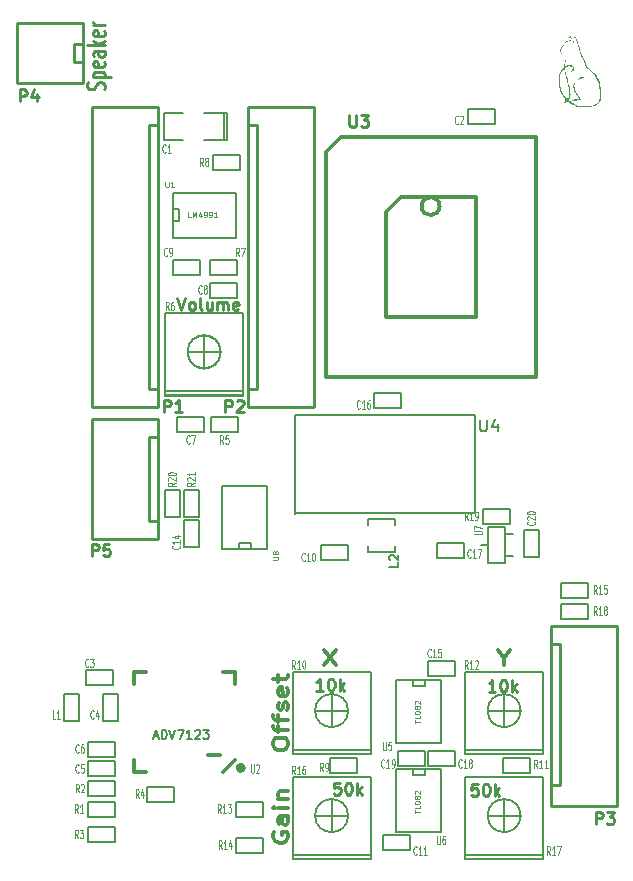
<source format=gto>
G04 (created by PCBNEW (2013-07-07 BZR 4022)-stable) date 7/4/2017 7:52:43 PM*
%MOIN*%
G04 Gerber Fmt 3.4, Leading zero omitted, Abs format*
%FSLAX34Y34*%
G01*
G70*
G90*
G04 APERTURE LIST*
%ADD10C,0.00590551*%
%ADD11C,0.0125*%
%ADD12C,0.01*%
%ADD13C,0.005*%
%ADD14C,0.012*%
%ADD15C,0.02*%
%ADD16C,0.006*%
%ADD17C,0.0001*%
%ADD18C,0.0045*%
%ADD19C,0.0075*%
G04 APERTURE END LIST*
G54D10*
G54D11*
X57560Y-44882D02*
X57960Y-45382D01*
X57960Y-44882D02*
X57560Y-45382D01*
X63550Y-45164D02*
X63550Y-45402D01*
X63350Y-44902D02*
X63550Y-45164D01*
X63750Y-44902D01*
X55852Y-48071D02*
X55852Y-47957D01*
X55876Y-47900D01*
X55923Y-47842D01*
X56019Y-47814D01*
X56185Y-47814D01*
X56280Y-47842D01*
X56328Y-47900D01*
X56352Y-47957D01*
X56352Y-48071D01*
X56328Y-48128D01*
X56280Y-48185D01*
X56185Y-48214D01*
X56019Y-48214D01*
X55923Y-48185D01*
X55876Y-48128D01*
X55852Y-48071D01*
X56019Y-47642D02*
X56019Y-47414D01*
X56352Y-47557D02*
X55923Y-47557D01*
X55876Y-47528D01*
X55852Y-47471D01*
X55852Y-47414D01*
X56019Y-47300D02*
X56019Y-47071D01*
X56352Y-47214D02*
X55923Y-47214D01*
X55876Y-47185D01*
X55852Y-47128D01*
X55852Y-47071D01*
X56328Y-46900D02*
X56352Y-46842D01*
X56352Y-46728D01*
X56328Y-46671D01*
X56280Y-46642D01*
X56257Y-46642D01*
X56209Y-46671D01*
X56185Y-46728D01*
X56185Y-46814D01*
X56161Y-46871D01*
X56114Y-46900D01*
X56090Y-46900D01*
X56042Y-46871D01*
X56019Y-46814D01*
X56019Y-46728D01*
X56042Y-46671D01*
X56328Y-46157D02*
X56352Y-46214D01*
X56352Y-46328D01*
X56328Y-46385D01*
X56280Y-46414D01*
X56090Y-46414D01*
X56042Y-46385D01*
X56019Y-46328D01*
X56019Y-46214D01*
X56042Y-46157D01*
X56090Y-46128D01*
X56138Y-46128D01*
X56185Y-46414D01*
X56019Y-45957D02*
X56019Y-45728D01*
X55852Y-45871D02*
X56280Y-45871D01*
X56328Y-45842D01*
X56352Y-45785D01*
X56352Y-45728D01*
X55876Y-50978D02*
X55852Y-51035D01*
X55852Y-51121D01*
X55876Y-51207D01*
X55923Y-51264D01*
X55971Y-51292D01*
X56066Y-51321D01*
X56138Y-51321D01*
X56233Y-51292D01*
X56280Y-51264D01*
X56328Y-51207D01*
X56352Y-51121D01*
X56352Y-51064D01*
X56328Y-50978D01*
X56304Y-50950D01*
X56138Y-50950D01*
X56138Y-51064D01*
X56352Y-50435D02*
X56090Y-50435D01*
X56042Y-50464D01*
X56019Y-50521D01*
X56019Y-50635D01*
X56042Y-50692D01*
X56328Y-50435D02*
X56352Y-50492D01*
X56352Y-50635D01*
X56328Y-50692D01*
X56280Y-50721D01*
X56233Y-50721D01*
X56185Y-50692D01*
X56161Y-50635D01*
X56161Y-50492D01*
X56138Y-50435D01*
X56352Y-50150D02*
X56019Y-50150D01*
X55852Y-50150D02*
X55876Y-50178D01*
X55900Y-50150D01*
X55876Y-50121D01*
X55852Y-50150D01*
X55900Y-50150D01*
X56019Y-49864D02*
X56352Y-49864D01*
X56066Y-49864D02*
X56042Y-49835D01*
X56019Y-49778D01*
X56019Y-49692D01*
X56042Y-49635D01*
X56090Y-49607D01*
X56352Y-49607D01*
G54D12*
X52661Y-33161D02*
X52795Y-33561D01*
X52928Y-33161D01*
X53119Y-33561D02*
X53080Y-33542D01*
X53061Y-33523D01*
X53042Y-33485D01*
X53042Y-33371D01*
X53061Y-33333D01*
X53080Y-33314D01*
X53119Y-33295D01*
X53176Y-33295D01*
X53214Y-33314D01*
X53233Y-33333D01*
X53252Y-33371D01*
X53252Y-33485D01*
X53233Y-33523D01*
X53214Y-33542D01*
X53176Y-33561D01*
X53119Y-33561D01*
X53480Y-33561D02*
X53442Y-33542D01*
X53423Y-33504D01*
X53423Y-33161D01*
X53804Y-33295D02*
X53804Y-33561D01*
X53633Y-33295D02*
X53633Y-33504D01*
X53652Y-33542D01*
X53690Y-33561D01*
X53747Y-33561D01*
X53785Y-33542D01*
X53804Y-33523D01*
X53995Y-33561D02*
X53995Y-33295D01*
X53995Y-33333D02*
X54014Y-33314D01*
X54052Y-33295D01*
X54109Y-33295D01*
X54147Y-33314D01*
X54166Y-33352D01*
X54166Y-33561D01*
X54166Y-33352D02*
X54185Y-33314D01*
X54223Y-33295D01*
X54280Y-33295D01*
X54319Y-33314D01*
X54338Y-33352D01*
X54338Y-33561D01*
X54680Y-33542D02*
X54642Y-33561D01*
X54566Y-33561D01*
X54528Y-33542D01*
X54509Y-33504D01*
X54509Y-33352D01*
X54528Y-33314D01*
X54566Y-33295D01*
X54642Y-33295D01*
X54680Y-33314D01*
X54700Y-33352D01*
X54700Y-33390D01*
X54509Y-33428D01*
G54D13*
X62350Y-26875D02*
X63250Y-26875D01*
X63250Y-26875D02*
X63250Y-27375D01*
X63250Y-27375D02*
X62350Y-27375D01*
X62350Y-27375D02*
X62350Y-26875D01*
X49600Y-45575D02*
X50500Y-45575D01*
X50500Y-45575D02*
X50500Y-46075D01*
X50500Y-46075D02*
X49600Y-46075D01*
X49600Y-46075D02*
X49600Y-45575D01*
X50575Y-48450D02*
X49675Y-48450D01*
X49675Y-48450D02*
X49675Y-47950D01*
X49675Y-47950D02*
X50575Y-47950D01*
X50575Y-47950D02*
X50575Y-48450D01*
X52550Y-49950D02*
X51650Y-49950D01*
X51650Y-49950D02*
X51650Y-49450D01*
X51650Y-49450D02*
X52550Y-49450D01*
X52550Y-49450D02*
X52550Y-49950D01*
X50575Y-50450D02*
X49675Y-50450D01*
X49675Y-50450D02*
X49675Y-49950D01*
X49675Y-49950D02*
X50575Y-49950D01*
X50575Y-49950D02*
X50575Y-50450D01*
X50575Y-51300D02*
X49675Y-51300D01*
X49675Y-51300D02*
X49675Y-50800D01*
X49675Y-50800D02*
X50575Y-50800D01*
X50575Y-50800D02*
X50575Y-51300D01*
X50575Y-49775D02*
X49675Y-49775D01*
X49675Y-49775D02*
X49675Y-49275D01*
X49675Y-49275D02*
X50575Y-49275D01*
X50575Y-49275D02*
X50575Y-49775D01*
X50575Y-49100D02*
X49675Y-49100D01*
X49675Y-49100D02*
X49675Y-48600D01*
X49675Y-48600D02*
X50575Y-48600D01*
X50575Y-48600D02*
X50575Y-49100D01*
X50175Y-47250D02*
X50175Y-46350D01*
X50175Y-46350D02*
X50675Y-46350D01*
X50675Y-46350D02*
X50675Y-47250D01*
X50675Y-47250D02*
X50175Y-47250D01*
X53775Y-37125D02*
X54675Y-37125D01*
X54675Y-37125D02*
X54675Y-37625D01*
X54675Y-37625D02*
X53775Y-37625D01*
X53775Y-37625D02*
X53775Y-37125D01*
X53550Y-37625D02*
X52650Y-37625D01*
X52650Y-37625D02*
X52650Y-37125D01*
X52650Y-37125D02*
X53550Y-37125D01*
X53550Y-37125D02*
X53550Y-37625D01*
G54D14*
X54178Y-48972D02*
X54572Y-48578D01*
X54178Y-45626D02*
X54572Y-45626D01*
X54572Y-45626D02*
X54572Y-46020D01*
X51620Y-45626D02*
X51226Y-45626D01*
X51226Y-45626D02*
X51226Y-46020D01*
X51620Y-48972D02*
X51226Y-48972D01*
X51226Y-48972D02*
X51226Y-48578D01*
X54080Y-48381D02*
X53686Y-48381D01*
G54D15*
X54843Y-48824D02*
G75*
G03X54843Y-48824I-74J0D01*
G74*
G01*
G54D13*
X60000Y-45900D02*
X59950Y-45900D01*
X59950Y-45900D02*
X59950Y-48000D01*
X61450Y-48000D02*
X61450Y-45900D01*
X61450Y-45900D02*
X60000Y-45900D01*
X60900Y-45900D02*
X60900Y-46100D01*
X60900Y-46100D02*
X60500Y-46100D01*
X60500Y-46100D02*
X60500Y-45900D01*
X61450Y-48000D02*
X59950Y-48000D01*
X60000Y-48875D02*
X59950Y-48875D01*
X59950Y-48875D02*
X59950Y-50975D01*
X61450Y-50975D02*
X61450Y-48875D01*
X61450Y-48875D02*
X60000Y-48875D01*
X60900Y-48875D02*
X60900Y-49075D01*
X60900Y-49075D02*
X60500Y-49075D01*
X60500Y-49075D02*
X60500Y-48875D01*
X61450Y-50975D02*
X59950Y-50975D01*
X55500Y-50450D02*
X54600Y-50450D01*
X54600Y-50450D02*
X54600Y-49950D01*
X54600Y-49950D02*
X55500Y-49950D01*
X55500Y-49950D02*
X55500Y-50450D01*
X64200Y-41800D02*
X64200Y-40900D01*
X64200Y-40900D02*
X64700Y-40900D01*
X64700Y-40900D02*
X64700Y-41800D01*
X64700Y-41800D02*
X64200Y-41800D01*
X63750Y-40700D02*
X62850Y-40700D01*
X62850Y-40700D02*
X62850Y-40200D01*
X62850Y-40200D02*
X63750Y-40200D01*
X63750Y-40200D02*
X63750Y-40700D01*
X61900Y-48775D02*
X61000Y-48775D01*
X61000Y-48775D02*
X61000Y-48275D01*
X61000Y-48275D02*
X61900Y-48275D01*
X61900Y-48275D02*
X61900Y-48775D01*
X61900Y-45775D02*
X61000Y-45775D01*
X61000Y-45775D02*
X61000Y-45275D01*
X61000Y-45275D02*
X61900Y-45275D01*
X61900Y-45275D02*
X61900Y-45775D01*
X52875Y-41475D02*
X52875Y-40575D01*
X52875Y-40575D02*
X53375Y-40575D01*
X53375Y-40575D02*
X53375Y-41475D01*
X53375Y-41475D02*
X52875Y-41475D01*
X59500Y-51075D02*
X60400Y-51075D01*
X60400Y-51075D02*
X60400Y-51575D01*
X60400Y-51575D02*
X59500Y-51575D01*
X59500Y-51575D02*
X59500Y-51075D01*
X57750Y-48500D02*
X58650Y-48500D01*
X58650Y-48500D02*
X58650Y-49000D01*
X58650Y-49000D02*
X57750Y-49000D01*
X57750Y-49000D02*
X57750Y-48500D01*
X66350Y-43150D02*
X65450Y-43150D01*
X65450Y-43150D02*
X65450Y-42650D01*
X65450Y-42650D02*
X66350Y-42650D01*
X66350Y-42650D02*
X66350Y-43150D01*
X66350Y-43860D02*
X65450Y-43860D01*
X65450Y-43860D02*
X65450Y-43360D01*
X65450Y-43360D02*
X66350Y-43360D01*
X66350Y-43360D02*
X66350Y-43860D01*
X63500Y-48500D02*
X64400Y-48500D01*
X64400Y-48500D02*
X64400Y-49000D01*
X64400Y-49000D02*
X63500Y-49000D01*
X63500Y-49000D02*
X63500Y-48500D01*
X55500Y-51650D02*
X54600Y-51650D01*
X54600Y-51650D02*
X54600Y-51150D01*
X54600Y-51150D02*
X55500Y-51150D01*
X55500Y-51150D02*
X55500Y-51650D01*
X53850Y-28400D02*
X54750Y-28400D01*
X54750Y-28400D02*
X54750Y-28900D01*
X54750Y-28900D02*
X53850Y-28900D01*
X53850Y-28900D02*
X53850Y-28400D01*
X61300Y-41325D02*
X62200Y-41325D01*
X62200Y-41325D02*
X62200Y-41825D01*
X62200Y-41825D02*
X61300Y-41825D01*
X61300Y-41825D02*
X61300Y-41325D01*
X60100Y-36825D02*
X59200Y-36825D01*
X59200Y-36825D02*
X59200Y-36325D01*
X59200Y-36325D02*
X60100Y-36325D01*
X60100Y-36325D02*
X60100Y-36825D01*
X54650Y-32400D02*
X53750Y-32400D01*
X53750Y-32400D02*
X53750Y-31900D01*
X53750Y-31900D02*
X54650Y-31900D01*
X54650Y-31900D02*
X54650Y-32400D01*
X58350Y-41900D02*
X57450Y-41900D01*
X57450Y-41900D02*
X57450Y-41400D01*
X57450Y-41400D02*
X58350Y-41400D01*
X58350Y-41400D02*
X58350Y-41900D01*
X53400Y-32400D02*
X52500Y-32400D01*
X52500Y-32400D02*
X52500Y-31900D01*
X52500Y-31900D02*
X53400Y-31900D01*
X53400Y-31900D02*
X53400Y-32400D01*
X54650Y-33150D02*
X53750Y-33150D01*
X53750Y-33150D02*
X53750Y-32650D01*
X53750Y-32650D02*
X54650Y-32650D01*
X54650Y-32650D02*
X54650Y-33150D01*
X52500Y-31100D02*
X52500Y-31150D01*
X52500Y-31150D02*
X54600Y-31150D01*
X54600Y-29650D02*
X52500Y-29650D01*
X52500Y-29650D02*
X52500Y-31100D01*
X52500Y-30200D02*
X52700Y-30200D01*
X52700Y-30200D02*
X52700Y-30600D01*
X52700Y-30600D02*
X52500Y-30600D01*
X54600Y-29650D02*
X54600Y-31150D01*
X54200Y-27900D02*
X54300Y-27900D01*
X54300Y-27900D02*
X54300Y-27000D01*
X54300Y-27000D02*
X54200Y-27000D01*
X54200Y-27900D02*
X54200Y-27000D01*
X54200Y-27000D02*
X53550Y-27000D01*
X52850Y-27900D02*
X52200Y-27900D01*
X52200Y-27900D02*
X52200Y-27000D01*
X52200Y-27000D02*
X52850Y-27000D01*
X53550Y-27900D02*
X54200Y-27900D01*
X49375Y-46350D02*
X49375Y-47250D01*
X49375Y-47250D02*
X48875Y-47250D01*
X48875Y-47250D02*
X48875Y-46350D01*
X48875Y-46350D02*
X49375Y-46350D01*
X63575Y-41025D02*
X63835Y-41025D01*
X63575Y-41775D02*
X63835Y-41775D01*
X63025Y-41400D02*
X62765Y-41400D01*
X63025Y-41990D02*
X63025Y-40810D01*
X63025Y-40810D02*
X63575Y-40810D01*
X63575Y-40810D02*
X63575Y-41990D01*
X63575Y-41990D02*
X63025Y-41990D01*
G54D12*
X49500Y-25300D02*
X49200Y-25300D01*
X49200Y-25300D02*
X49200Y-24800D01*
X49200Y-24800D02*
X49200Y-24700D01*
X49200Y-24700D02*
X49500Y-24700D01*
X47300Y-26000D02*
X49500Y-26000D01*
X47300Y-24000D02*
X49500Y-24000D01*
X47300Y-26000D02*
X47300Y-24000D01*
X49500Y-24000D02*
X49500Y-26000D01*
G54D13*
X59025Y-41625D02*
X59925Y-41625D01*
X59925Y-41625D02*
X59925Y-41425D01*
X59025Y-40725D02*
X59025Y-40525D01*
X59025Y-40525D02*
X59925Y-40525D01*
X59925Y-40525D02*
X59925Y-40725D01*
X59025Y-41425D02*
X59025Y-41625D01*
X55600Y-41525D02*
X55650Y-41525D01*
X55650Y-41525D02*
X55650Y-39425D01*
X54150Y-39425D02*
X54150Y-41525D01*
X54150Y-41525D02*
X55600Y-41525D01*
X54700Y-41525D02*
X54700Y-41325D01*
X54700Y-41325D02*
X55100Y-41325D01*
X55100Y-41325D02*
X55100Y-41525D01*
X54150Y-39425D02*
X55650Y-39425D01*
X52750Y-39550D02*
X52750Y-40450D01*
X52750Y-40450D02*
X52250Y-40450D01*
X52250Y-40450D02*
X52250Y-39550D01*
X52250Y-39550D02*
X52750Y-39550D01*
G54D12*
X51700Y-36200D02*
X51700Y-27400D01*
X52000Y-26800D02*
X52000Y-36800D01*
X49800Y-36800D02*
X49800Y-26800D01*
X52000Y-36200D02*
X51700Y-36200D01*
X51700Y-27400D02*
X52000Y-27400D01*
X49800Y-36800D02*
X52000Y-36800D01*
X49800Y-26800D02*
X52000Y-26800D01*
G54D14*
X61400Y-30100D02*
G75*
G03X61400Y-30100I-300J0D01*
G74*
G01*
X62600Y-29800D02*
X60100Y-29800D01*
X60100Y-29800D02*
X59600Y-30300D01*
X59600Y-30300D02*
X59600Y-33800D01*
X59600Y-33800D02*
X62600Y-33800D01*
X62600Y-33800D02*
X62600Y-29800D01*
X64600Y-29050D02*
X64600Y-35800D01*
X64600Y-35800D02*
X57600Y-35800D01*
X57600Y-35800D02*
X57600Y-28300D01*
X57600Y-28300D02*
X58100Y-27800D01*
X58100Y-27800D02*
X64600Y-27800D01*
X64600Y-27800D02*
X64600Y-29050D01*
G54D16*
X54100Y-34965D02*
X53000Y-34965D01*
X53550Y-34415D02*
X53550Y-35515D01*
X54100Y-34965D02*
G75*
G03X54100Y-34965I-550J0D01*
G74*
G01*
X52250Y-36265D02*
X54850Y-36265D01*
X52250Y-33665D02*
X54850Y-33665D01*
X54850Y-33665D02*
X54850Y-36415D01*
X54850Y-36415D02*
X52250Y-36415D01*
X52250Y-36415D02*
X52250Y-33665D01*
X64100Y-46915D02*
X63000Y-46915D01*
X63550Y-46365D02*
X63550Y-47465D01*
X64100Y-46915D02*
G75*
G03X64100Y-46915I-550J0D01*
G74*
G01*
X62250Y-48215D02*
X64850Y-48215D01*
X62250Y-45615D02*
X64850Y-45615D01*
X64850Y-45615D02*
X64850Y-48365D01*
X64850Y-48365D02*
X62250Y-48365D01*
X62250Y-48365D02*
X62250Y-45615D01*
X58350Y-50415D02*
X57250Y-50415D01*
X57800Y-49865D02*
X57800Y-50965D01*
X58350Y-50415D02*
G75*
G03X58350Y-50415I-550J0D01*
G74*
G01*
X56500Y-51715D02*
X59100Y-51715D01*
X56500Y-49115D02*
X59100Y-49115D01*
X59100Y-49115D02*
X59100Y-51865D01*
X59100Y-51865D02*
X56500Y-51865D01*
X56500Y-51865D02*
X56500Y-49115D01*
X64100Y-50415D02*
X63000Y-50415D01*
X63550Y-49865D02*
X63550Y-50965D01*
X64100Y-50415D02*
G75*
G03X64100Y-50415I-550J0D01*
G74*
G01*
X62250Y-51715D02*
X64850Y-51715D01*
X62250Y-49115D02*
X64850Y-49115D01*
X64850Y-49115D02*
X64850Y-51865D01*
X64850Y-51865D02*
X62250Y-51865D01*
X62250Y-51865D02*
X62250Y-49115D01*
X58350Y-46915D02*
X57250Y-46915D01*
X57800Y-46365D02*
X57800Y-47465D01*
X58350Y-46915D02*
G75*
G03X58350Y-46915I-550J0D01*
G74*
G01*
X56500Y-48215D02*
X59100Y-48215D01*
X56500Y-45615D02*
X59100Y-45615D01*
X59100Y-45615D02*
X59100Y-48365D01*
X59100Y-48365D02*
X56500Y-48365D01*
X56500Y-48365D02*
X56500Y-45615D01*
G54D17*
G36*
X66779Y-26447D02*
X66778Y-26497D01*
X66776Y-26534D01*
X66773Y-26560D01*
X66768Y-26580D01*
X66761Y-26597D01*
X66756Y-26607D01*
X66715Y-26663D01*
X66660Y-26710D01*
X66587Y-26748D01*
X66496Y-26777D01*
X66448Y-26789D01*
X66388Y-26799D01*
X66317Y-26806D01*
X66243Y-26810D01*
X66174Y-26810D01*
X66115Y-26807D01*
X66097Y-26805D01*
X65988Y-26779D01*
X65882Y-26741D01*
X65783Y-26690D01*
X65697Y-26632D01*
X65686Y-26622D01*
X65658Y-26601D01*
X65639Y-26593D01*
X65625Y-26597D01*
X65612Y-26617D01*
X65611Y-26636D01*
X65607Y-26659D01*
X65593Y-26665D01*
X65574Y-26652D01*
X65570Y-26648D01*
X65563Y-26629D01*
X65570Y-26604D01*
X65592Y-26568D01*
X65593Y-26566D01*
X65598Y-26553D01*
X65593Y-26536D01*
X65574Y-26511D01*
X65569Y-26505D01*
X65511Y-26425D01*
X65459Y-26329D01*
X65418Y-26224D01*
X65417Y-26224D01*
X65404Y-26180D01*
X65394Y-26143D01*
X65388Y-26106D01*
X65384Y-26063D01*
X65381Y-26008D01*
X65379Y-25960D01*
X65380Y-25844D01*
X65389Y-25744D01*
X65408Y-25659D01*
X65438Y-25586D01*
X65480Y-25523D01*
X65511Y-25487D01*
X65538Y-25457D01*
X65553Y-25434D01*
X65558Y-25409D01*
X65559Y-25392D01*
X65562Y-25363D01*
X65568Y-25324D01*
X65578Y-25279D01*
X65590Y-25234D01*
X65602Y-25192D01*
X65614Y-25158D01*
X65624Y-25136D01*
X65631Y-25130D01*
X65631Y-25131D01*
X65630Y-25142D01*
X65625Y-25169D01*
X65617Y-25207D01*
X65614Y-25220D01*
X65603Y-25270D01*
X65594Y-25323D01*
X65588Y-25366D01*
X65587Y-25367D01*
X65585Y-25402D01*
X65586Y-25420D01*
X65592Y-25425D01*
X65600Y-25423D01*
X65666Y-25404D01*
X65730Y-25399D01*
X65788Y-25406D01*
X65834Y-25425D01*
X65851Y-25439D01*
X65875Y-25476D01*
X65879Y-25516D01*
X65865Y-25557D01*
X65831Y-25595D01*
X65814Y-25608D01*
X65778Y-25630D01*
X65758Y-25639D01*
X65755Y-25633D01*
X65768Y-25613D01*
X65788Y-25590D01*
X65822Y-25545D01*
X65838Y-25507D01*
X65836Y-25478D01*
X65817Y-25460D01*
X65779Y-25447D01*
X65733Y-25442D01*
X65685Y-25443D01*
X65641Y-25452D01*
X65607Y-25466D01*
X65591Y-25482D01*
X65586Y-25497D01*
X65585Y-25519D01*
X65589Y-25550D01*
X65597Y-25593D01*
X65610Y-25648D01*
X65629Y-25719D01*
X65654Y-25808D01*
X65667Y-25855D01*
X65696Y-25959D01*
X65719Y-26046D01*
X65737Y-26120D01*
X65749Y-26185D01*
X65757Y-26245D01*
X65762Y-26303D01*
X65763Y-26363D01*
X65764Y-26376D01*
X65763Y-26428D01*
X65762Y-26464D01*
X65758Y-26487D01*
X65752Y-26503D01*
X65741Y-26515D01*
X65737Y-26520D01*
X65724Y-26530D01*
X65724Y-26424D01*
X65723Y-26374D01*
X65723Y-26362D01*
X65720Y-26295D01*
X65715Y-26232D01*
X65705Y-26169D01*
X65692Y-26100D01*
X65674Y-26021D01*
X65650Y-25929D01*
X65639Y-25890D01*
X65621Y-25822D01*
X65604Y-25751D01*
X65588Y-25685D01*
X65577Y-25629D01*
X65573Y-25608D01*
X65555Y-25503D01*
X65529Y-25527D01*
X65502Y-25561D01*
X65474Y-25610D01*
X65449Y-25666D01*
X65430Y-25725D01*
X65424Y-25749D01*
X65411Y-25851D01*
X65412Y-25962D01*
X65426Y-26077D01*
X65453Y-26190D01*
X65489Y-26294D01*
X65529Y-26371D01*
X65570Y-26434D01*
X65606Y-26478D01*
X65638Y-26504D01*
X65667Y-26513D01*
X65696Y-26505D01*
X65705Y-26499D01*
X65714Y-26490D01*
X65720Y-26477D01*
X65723Y-26457D01*
X65724Y-26424D01*
X65724Y-26530D01*
X65715Y-26538D01*
X65695Y-26546D01*
X65694Y-26546D01*
X65680Y-26549D01*
X65681Y-26558D01*
X65699Y-26576D01*
X65733Y-26603D01*
X65739Y-26608D01*
X65842Y-26673D01*
X65948Y-26720D01*
X66061Y-26750D01*
X66185Y-26764D01*
X66231Y-26765D01*
X66346Y-26760D01*
X66449Y-26745D01*
X66539Y-26720D01*
X66614Y-26686D01*
X66672Y-26643D01*
X66713Y-26592D01*
X66730Y-26550D01*
X66741Y-26490D01*
X66744Y-26415D01*
X66740Y-26329D01*
X66731Y-26235D01*
X66717Y-26138D01*
X66698Y-26043D01*
X66675Y-25954D01*
X66649Y-25875D01*
X66630Y-25831D01*
X66594Y-25763D01*
X66551Y-25703D01*
X66498Y-25646D01*
X66430Y-25589D01*
X66405Y-25569D01*
X66351Y-25526D01*
X66311Y-25490D01*
X66284Y-25457D01*
X66264Y-25421D01*
X66250Y-25379D01*
X66242Y-25346D01*
X66230Y-25296D01*
X66218Y-25256D01*
X66204Y-25220D01*
X66184Y-25180D01*
X66157Y-25129D01*
X66149Y-25116D01*
X66130Y-25080D01*
X66112Y-25044D01*
X66095Y-25005D01*
X66079Y-24959D01*
X66061Y-24904D01*
X66041Y-24836D01*
X66017Y-24752D01*
X66006Y-24713D01*
X65989Y-24656D01*
X65972Y-24601D01*
X65956Y-24554D01*
X65943Y-24521D01*
X65942Y-24520D01*
X65918Y-24465D01*
X65894Y-24535D01*
X65882Y-24576D01*
X65874Y-24614D01*
X65871Y-24637D01*
X65869Y-24657D01*
X65864Y-24658D01*
X65860Y-24653D01*
X65859Y-24636D01*
X65862Y-24604D01*
X65868Y-24562D01*
X65877Y-24515D01*
X65888Y-24471D01*
X65900Y-24433D01*
X65904Y-24423D01*
X65912Y-24418D01*
X65925Y-24433D01*
X65942Y-24463D01*
X65961Y-24507D01*
X65983Y-24563D01*
X66006Y-24628D01*
X66029Y-24699D01*
X66048Y-24767D01*
X66065Y-24828D01*
X66081Y-24884D01*
X66095Y-24930D01*
X66106Y-24963D01*
X66112Y-24976D01*
X66122Y-24996D01*
X66140Y-25030D01*
X66163Y-25074D01*
X66188Y-25122D01*
X66191Y-25127D01*
X66223Y-25191D01*
X66248Y-25250D01*
X66265Y-25298D01*
X66269Y-25315D01*
X66284Y-25373D01*
X66304Y-25419D01*
X66333Y-25459D01*
X66376Y-25499D01*
X66405Y-25522D01*
X66492Y-25590D01*
X66560Y-25652D01*
X66613Y-25710D01*
X66651Y-25765D01*
X66659Y-25781D01*
X66701Y-25873D01*
X66734Y-25970D01*
X66756Y-26077D01*
X66771Y-26197D01*
X66778Y-26333D01*
X66778Y-26380D01*
X66779Y-26447D01*
X66779Y-26447D01*
X66779Y-26447D01*
G37*
G36*
X66253Y-25794D02*
X66183Y-25813D01*
X66089Y-25846D01*
X66014Y-25889D01*
X65958Y-25942D01*
X65919Y-26005D01*
X65907Y-26040D01*
X65896Y-26101D01*
X65900Y-26164D01*
X65919Y-26232D01*
X65954Y-26305D01*
X66006Y-26388D01*
X66043Y-26440D01*
X66073Y-26480D01*
X66097Y-26514D01*
X66113Y-26538D01*
X66118Y-26549D01*
X66109Y-26559D01*
X66094Y-26566D01*
X66073Y-26571D01*
X66038Y-26575D01*
X65995Y-26578D01*
X65948Y-26581D01*
X65902Y-26583D01*
X65862Y-26583D01*
X65832Y-26582D01*
X65818Y-26579D01*
X65817Y-26578D01*
X65828Y-26563D01*
X65858Y-26550D01*
X65907Y-26541D01*
X65964Y-26536D01*
X66062Y-26530D01*
X66003Y-26449D01*
X65939Y-26354D01*
X65895Y-26266D01*
X65869Y-26185D01*
X65863Y-26109D01*
X65874Y-26037D01*
X65881Y-26017D01*
X65919Y-25946D01*
X65973Y-25886D01*
X66039Y-25839D01*
X66115Y-25809D01*
X66183Y-25797D01*
X66253Y-25794D01*
X66253Y-25794D01*
X66253Y-25794D01*
G37*
G36*
X65768Y-24577D02*
X65765Y-24586D01*
X65741Y-24589D01*
X65738Y-24589D01*
X65682Y-24597D01*
X65632Y-24623D01*
X65587Y-24666D01*
X65547Y-24726D01*
X65520Y-24766D01*
X65488Y-24805D01*
X65472Y-24823D01*
X65449Y-24846D01*
X65437Y-24868D01*
X65435Y-24891D01*
X65443Y-24923D01*
X65462Y-24966D01*
X65471Y-24986D01*
X65489Y-25024D01*
X65497Y-25044D01*
X65497Y-25050D01*
X65490Y-25043D01*
X65486Y-25038D01*
X65473Y-25018D01*
X65457Y-24986D01*
X65439Y-24949D01*
X65423Y-24912D01*
X65412Y-24882D01*
X65409Y-24867D01*
X65417Y-24849D01*
X65437Y-24829D01*
X65442Y-24825D01*
X65462Y-24806D01*
X65489Y-24774D01*
X65518Y-24734D01*
X65532Y-24712D01*
X65566Y-24663D01*
X65595Y-24629D01*
X65622Y-24607D01*
X65633Y-24601D01*
X65672Y-24585D01*
X65710Y-24574D01*
X65743Y-24570D01*
X65765Y-24574D01*
X65768Y-24577D01*
X65768Y-24577D01*
X65768Y-24577D01*
G37*
G36*
X65805Y-24517D02*
X65804Y-24517D01*
X65801Y-24530D01*
X65795Y-24526D01*
X65784Y-24504D01*
X65784Y-24503D01*
X65771Y-24474D01*
X65762Y-24452D01*
X65761Y-24449D01*
X65754Y-24447D01*
X65743Y-24465D01*
X65736Y-24479D01*
X65725Y-24505D01*
X65715Y-24520D01*
X65713Y-24520D01*
X65712Y-24508D01*
X65716Y-24482D01*
X65723Y-24450D01*
X65732Y-24419D01*
X65740Y-24397D01*
X65743Y-24392D01*
X65752Y-24394D01*
X65765Y-24412D01*
X65779Y-24438D01*
X65792Y-24468D01*
X65802Y-24496D01*
X65805Y-24517D01*
X65805Y-24517D01*
X65805Y-24517D01*
G37*
G54D12*
X55300Y-27400D02*
X55300Y-36200D01*
X55000Y-36800D02*
X55000Y-26800D01*
X57200Y-26800D02*
X57200Y-36800D01*
X55000Y-27400D02*
X55300Y-27400D01*
X55300Y-36200D02*
X55000Y-36200D01*
X57200Y-26800D02*
X55000Y-26800D01*
X57200Y-36800D02*
X55000Y-36800D01*
G54D10*
X56575Y-37060D02*
X56575Y-40350D01*
X62575Y-37060D02*
X62575Y-40340D01*
X56575Y-40340D02*
X62575Y-40340D01*
X56575Y-37060D02*
X62575Y-37060D01*
G54D12*
X65400Y-44700D02*
X65400Y-49400D01*
X65100Y-44100D02*
X65100Y-50100D01*
X67300Y-44100D02*
X67300Y-50100D01*
X65100Y-44700D02*
X65400Y-44700D01*
X65400Y-49400D02*
X65100Y-49400D01*
X67300Y-44100D02*
X65100Y-44100D01*
X67300Y-50100D02*
X65100Y-50100D01*
G54D13*
X53375Y-39550D02*
X53375Y-40450D01*
X53375Y-40450D02*
X52875Y-40450D01*
X52875Y-40450D02*
X52875Y-39550D01*
X52875Y-39550D02*
X53375Y-39550D01*
G54D12*
X51700Y-40600D02*
X51700Y-37800D01*
X49800Y-41200D02*
X49800Y-37200D01*
X52000Y-41200D02*
X52000Y-37200D01*
X52000Y-40600D02*
X51700Y-40600D01*
X51700Y-37800D02*
X52000Y-37800D01*
X49800Y-41200D02*
X52000Y-41200D01*
X49800Y-37200D02*
X52000Y-37200D01*
G54D13*
X60025Y-48275D02*
X60925Y-48275D01*
X60925Y-48275D02*
X60925Y-48775D01*
X60925Y-48775D02*
X60025Y-48775D01*
X60025Y-48775D02*
X60025Y-48275D01*
G54D16*
X54100Y-34950D02*
X53000Y-34950D01*
X53550Y-34400D02*
X53550Y-35500D01*
X54100Y-34950D02*
G75*
G03X54100Y-34950I-550J0D01*
G74*
G01*
X52250Y-36250D02*
X54850Y-36250D01*
X52250Y-33650D02*
X54850Y-33650D01*
X54850Y-33650D02*
X54850Y-36400D01*
X54850Y-36400D02*
X52250Y-36400D01*
X52250Y-36400D02*
X52250Y-33650D01*
G54D18*
X62020Y-27336D02*
X62011Y-27350D01*
X61985Y-27363D01*
X61968Y-27363D01*
X61942Y-27350D01*
X61925Y-27323D01*
X61917Y-27296D01*
X61908Y-27243D01*
X61908Y-27203D01*
X61917Y-27150D01*
X61925Y-27123D01*
X61942Y-27096D01*
X61968Y-27083D01*
X61985Y-27083D01*
X62011Y-27096D01*
X62020Y-27110D01*
X62088Y-27110D02*
X62097Y-27096D01*
X62114Y-27083D01*
X62157Y-27083D01*
X62174Y-27096D01*
X62182Y-27110D01*
X62191Y-27136D01*
X62191Y-27163D01*
X62182Y-27203D01*
X62080Y-27363D01*
X62191Y-27363D01*
G54D13*
G54D18*
X49695Y-45436D02*
X49686Y-45450D01*
X49660Y-45463D01*
X49643Y-45463D01*
X49617Y-45450D01*
X49600Y-45423D01*
X49592Y-45396D01*
X49583Y-45343D01*
X49583Y-45303D01*
X49592Y-45250D01*
X49600Y-45223D01*
X49617Y-45196D01*
X49643Y-45183D01*
X49660Y-45183D01*
X49686Y-45196D01*
X49695Y-45210D01*
X49755Y-45183D02*
X49866Y-45183D01*
X49806Y-45290D01*
X49832Y-45290D01*
X49849Y-45303D01*
X49857Y-45316D01*
X49866Y-45343D01*
X49866Y-45410D01*
X49857Y-45436D01*
X49849Y-45450D01*
X49832Y-45463D01*
X49780Y-45463D01*
X49763Y-45450D01*
X49755Y-45436D01*
G54D13*
G54D18*
X49370Y-48286D02*
X49361Y-48300D01*
X49335Y-48313D01*
X49318Y-48313D01*
X49292Y-48300D01*
X49275Y-48273D01*
X49267Y-48246D01*
X49258Y-48193D01*
X49258Y-48153D01*
X49267Y-48100D01*
X49275Y-48073D01*
X49292Y-48046D01*
X49318Y-48033D01*
X49335Y-48033D01*
X49361Y-48046D01*
X49370Y-48060D01*
X49524Y-48033D02*
X49490Y-48033D01*
X49472Y-48046D01*
X49464Y-48060D01*
X49447Y-48100D01*
X49438Y-48153D01*
X49438Y-48260D01*
X49447Y-48286D01*
X49455Y-48300D01*
X49472Y-48313D01*
X49507Y-48313D01*
X49524Y-48300D01*
X49532Y-48286D01*
X49541Y-48260D01*
X49541Y-48193D01*
X49532Y-48166D01*
X49524Y-48153D01*
X49507Y-48140D01*
X49472Y-48140D01*
X49455Y-48153D01*
X49447Y-48166D01*
X49438Y-48193D01*
G54D13*
G54D18*
X51370Y-49813D02*
X51310Y-49680D01*
X51267Y-49813D02*
X51267Y-49533D01*
X51335Y-49533D01*
X51352Y-49546D01*
X51361Y-49560D01*
X51370Y-49586D01*
X51370Y-49626D01*
X51361Y-49653D01*
X51352Y-49666D01*
X51335Y-49680D01*
X51267Y-49680D01*
X51524Y-49626D02*
X51524Y-49813D01*
X51481Y-49520D02*
X51438Y-49720D01*
X51550Y-49720D01*
G54D13*
G54D18*
X49345Y-50313D02*
X49285Y-50180D01*
X49242Y-50313D02*
X49242Y-50033D01*
X49310Y-50033D01*
X49327Y-50046D01*
X49336Y-50060D01*
X49345Y-50086D01*
X49345Y-50126D01*
X49336Y-50153D01*
X49327Y-50166D01*
X49310Y-50180D01*
X49242Y-50180D01*
X49516Y-50313D02*
X49413Y-50313D01*
X49465Y-50313D02*
X49465Y-50033D01*
X49447Y-50073D01*
X49430Y-50100D01*
X49413Y-50113D01*
G54D13*
G54D18*
X49345Y-51163D02*
X49285Y-51030D01*
X49242Y-51163D02*
X49242Y-50883D01*
X49310Y-50883D01*
X49327Y-50896D01*
X49336Y-50910D01*
X49345Y-50936D01*
X49345Y-50976D01*
X49336Y-51003D01*
X49327Y-51016D01*
X49310Y-51030D01*
X49242Y-51030D01*
X49405Y-50883D02*
X49516Y-50883D01*
X49456Y-50990D01*
X49482Y-50990D01*
X49499Y-51003D01*
X49507Y-51016D01*
X49516Y-51043D01*
X49516Y-51110D01*
X49507Y-51136D01*
X49499Y-51150D01*
X49482Y-51163D01*
X49430Y-51163D01*
X49413Y-51150D01*
X49405Y-51136D01*
G54D13*
G54D18*
X49375Y-49643D02*
X49315Y-49510D01*
X49272Y-49643D02*
X49272Y-49363D01*
X49340Y-49363D01*
X49357Y-49376D01*
X49366Y-49390D01*
X49375Y-49416D01*
X49375Y-49456D01*
X49366Y-49483D01*
X49357Y-49496D01*
X49340Y-49510D01*
X49272Y-49510D01*
X49443Y-49390D02*
X49452Y-49376D01*
X49469Y-49363D01*
X49512Y-49363D01*
X49529Y-49376D01*
X49537Y-49390D01*
X49546Y-49416D01*
X49546Y-49443D01*
X49537Y-49483D01*
X49435Y-49643D01*
X49546Y-49643D01*
G54D13*
G54D18*
X49370Y-48961D02*
X49361Y-48975D01*
X49335Y-48988D01*
X49318Y-48988D01*
X49292Y-48975D01*
X49275Y-48948D01*
X49267Y-48921D01*
X49258Y-48868D01*
X49258Y-48828D01*
X49267Y-48775D01*
X49275Y-48748D01*
X49292Y-48721D01*
X49318Y-48708D01*
X49335Y-48708D01*
X49361Y-48721D01*
X49370Y-48735D01*
X49532Y-48708D02*
X49447Y-48708D01*
X49438Y-48841D01*
X49447Y-48828D01*
X49464Y-48815D01*
X49507Y-48815D01*
X49524Y-48828D01*
X49532Y-48841D01*
X49541Y-48868D01*
X49541Y-48935D01*
X49532Y-48961D01*
X49524Y-48975D01*
X49507Y-48988D01*
X49464Y-48988D01*
X49447Y-48975D01*
X49438Y-48961D01*
G54D13*
G54D18*
X49870Y-47161D02*
X49861Y-47175D01*
X49835Y-47188D01*
X49818Y-47188D01*
X49792Y-47175D01*
X49775Y-47148D01*
X49767Y-47121D01*
X49758Y-47068D01*
X49758Y-47028D01*
X49767Y-46975D01*
X49775Y-46948D01*
X49792Y-46921D01*
X49818Y-46908D01*
X49835Y-46908D01*
X49861Y-46921D01*
X49870Y-46935D01*
X50024Y-47001D02*
X50024Y-47188D01*
X49981Y-46895D02*
X49938Y-47095D01*
X50050Y-47095D01*
G54D13*
G54D18*
X54195Y-38013D02*
X54135Y-37880D01*
X54092Y-38013D02*
X54092Y-37733D01*
X54160Y-37733D01*
X54177Y-37746D01*
X54186Y-37760D01*
X54195Y-37786D01*
X54195Y-37826D01*
X54186Y-37853D01*
X54177Y-37866D01*
X54160Y-37880D01*
X54092Y-37880D01*
X54357Y-37733D02*
X54272Y-37733D01*
X54263Y-37866D01*
X54272Y-37853D01*
X54289Y-37840D01*
X54332Y-37840D01*
X54349Y-37853D01*
X54357Y-37866D01*
X54366Y-37893D01*
X54366Y-37960D01*
X54357Y-37986D01*
X54349Y-38000D01*
X54332Y-38013D01*
X54289Y-38013D01*
X54272Y-38000D01*
X54263Y-37986D01*
G54D13*
G54D18*
X53070Y-37986D02*
X53061Y-38000D01*
X53035Y-38013D01*
X53018Y-38013D01*
X52992Y-38000D01*
X52975Y-37973D01*
X52967Y-37946D01*
X52958Y-37893D01*
X52958Y-37853D01*
X52967Y-37800D01*
X52975Y-37773D01*
X52992Y-37746D01*
X53018Y-37733D01*
X53035Y-37733D01*
X53061Y-37746D01*
X53070Y-37760D01*
X53130Y-37733D02*
X53250Y-37733D01*
X53172Y-38013D01*
G54D13*
G54D18*
X55112Y-48708D02*
X55112Y-48935D01*
X55121Y-48961D01*
X55130Y-48975D01*
X55147Y-48988D01*
X55181Y-48988D01*
X55198Y-48975D01*
X55207Y-48961D01*
X55215Y-48935D01*
X55215Y-48708D01*
X55292Y-48735D02*
X55301Y-48721D01*
X55318Y-48708D01*
X55361Y-48708D01*
X55378Y-48721D01*
X55387Y-48735D01*
X55395Y-48761D01*
X55395Y-48788D01*
X55387Y-48828D01*
X55284Y-48988D01*
X55395Y-48988D01*
G54D19*
X51868Y-47775D02*
X52011Y-47775D01*
X51840Y-47861D02*
X51940Y-47561D01*
X52040Y-47861D01*
X52140Y-47861D02*
X52140Y-47561D01*
X52211Y-47561D01*
X52254Y-47575D01*
X52282Y-47604D01*
X52297Y-47632D01*
X52311Y-47690D01*
X52311Y-47732D01*
X52297Y-47790D01*
X52282Y-47818D01*
X52254Y-47847D01*
X52211Y-47861D01*
X52140Y-47861D01*
X52397Y-47561D02*
X52497Y-47861D01*
X52597Y-47561D01*
X52668Y-47561D02*
X52868Y-47561D01*
X52740Y-47861D01*
X53140Y-47861D02*
X52968Y-47861D01*
X53054Y-47861D02*
X53054Y-47561D01*
X53025Y-47604D01*
X52997Y-47632D01*
X52968Y-47647D01*
X53254Y-47590D02*
X53268Y-47575D01*
X53297Y-47561D01*
X53368Y-47561D01*
X53397Y-47575D01*
X53411Y-47590D01*
X53425Y-47618D01*
X53425Y-47647D01*
X53411Y-47690D01*
X53240Y-47861D01*
X53425Y-47861D01*
X53525Y-47561D02*
X53711Y-47561D01*
X53611Y-47675D01*
X53654Y-47675D01*
X53682Y-47690D01*
X53697Y-47704D01*
X53711Y-47732D01*
X53711Y-47804D01*
X53697Y-47832D01*
X53682Y-47847D01*
X53654Y-47861D01*
X53568Y-47861D01*
X53540Y-47847D01*
X53525Y-47832D01*
G54D12*
X54254Y-36961D02*
X54254Y-36561D01*
X54407Y-36561D01*
X54445Y-36580D01*
X54464Y-36600D01*
X54483Y-36638D01*
X54483Y-36695D01*
X54464Y-36733D01*
X54445Y-36752D01*
X54407Y-36771D01*
X54254Y-36771D01*
X54635Y-36600D02*
X54654Y-36580D01*
X54692Y-36561D01*
X54788Y-36561D01*
X54826Y-36580D01*
X54845Y-36600D01*
X54864Y-36638D01*
X54864Y-36676D01*
X54845Y-36733D01*
X54616Y-36961D01*
X54864Y-36961D01*
X52204Y-36961D02*
X52204Y-36561D01*
X52357Y-36561D01*
X52395Y-36580D01*
X52414Y-36600D01*
X52433Y-36638D01*
X52433Y-36695D01*
X52414Y-36733D01*
X52395Y-36752D01*
X52357Y-36771D01*
X52204Y-36771D01*
X52814Y-36961D02*
X52585Y-36961D01*
X52700Y-36961D02*
X52700Y-36561D01*
X52661Y-36619D01*
X52623Y-36657D01*
X52585Y-36676D01*
G54D18*
X59512Y-47958D02*
X59512Y-48185D01*
X59521Y-48211D01*
X59530Y-48225D01*
X59547Y-48238D01*
X59581Y-48238D01*
X59598Y-48225D01*
X59607Y-48211D01*
X59615Y-48185D01*
X59615Y-47958D01*
X59787Y-47958D02*
X59701Y-47958D01*
X59692Y-48091D01*
X59701Y-48078D01*
X59718Y-48065D01*
X59761Y-48065D01*
X59778Y-48078D01*
X59787Y-48091D01*
X59795Y-48118D01*
X59795Y-48185D01*
X59787Y-48211D01*
X59778Y-48225D01*
X59761Y-48238D01*
X59718Y-48238D01*
X59701Y-48225D01*
X59692Y-48211D01*
X60567Y-47331D02*
X60567Y-47228D01*
X60747Y-47280D02*
X60567Y-47280D01*
X60747Y-47082D02*
X60747Y-47168D01*
X60567Y-47168D01*
X60567Y-46988D02*
X60567Y-46971D01*
X60576Y-46954D01*
X60585Y-46945D01*
X60602Y-46937D01*
X60636Y-46928D01*
X60679Y-46928D01*
X60713Y-46937D01*
X60730Y-46945D01*
X60739Y-46954D01*
X60747Y-46971D01*
X60747Y-46988D01*
X60739Y-47005D01*
X60730Y-47014D01*
X60713Y-47022D01*
X60679Y-47031D01*
X60636Y-47031D01*
X60602Y-47022D01*
X60585Y-47014D01*
X60576Y-47005D01*
X60567Y-46988D01*
X60645Y-46825D02*
X60636Y-46842D01*
X60627Y-46851D01*
X60610Y-46860D01*
X60602Y-46860D01*
X60585Y-46851D01*
X60576Y-46842D01*
X60567Y-46825D01*
X60567Y-46791D01*
X60576Y-46774D01*
X60585Y-46765D01*
X60602Y-46757D01*
X60610Y-46757D01*
X60627Y-46765D01*
X60636Y-46774D01*
X60645Y-46791D01*
X60645Y-46825D01*
X60653Y-46842D01*
X60662Y-46851D01*
X60679Y-46860D01*
X60713Y-46860D01*
X60730Y-46851D01*
X60739Y-46842D01*
X60747Y-46825D01*
X60747Y-46791D01*
X60739Y-46774D01*
X60730Y-46765D01*
X60713Y-46757D01*
X60679Y-46757D01*
X60662Y-46765D01*
X60653Y-46774D01*
X60645Y-46791D01*
X60585Y-46688D02*
X60576Y-46680D01*
X60567Y-46662D01*
X60567Y-46620D01*
X60576Y-46602D01*
X60585Y-46594D01*
X60602Y-46585D01*
X60619Y-46585D01*
X60645Y-46594D01*
X60747Y-46697D01*
X60747Y-46585D01*
X61312Y-51083D02*
X61312Y-51310D01*
X61321Y-51336D01*
X61330Y-51350D01*
X61347Y-51363D01*
X61381Y-51363D01*
X61398Y-51350D01*
X61407Y-51336D01*
X61415Y-51310D01*
X61415Y-51083D01*
X61578Y-51083D02*
X61544Y-51083D01*
X61527Y-51096D01*
X61518Y-51110D01*
X61501Y-51150D01*
X61492Y-51203D01*
X61492Y-51310D01*
X61501Y-51336D01*
X61510Y-51350D01*
X61527Y-51363D01*
X61561Y-51363D01*
X61578Y-51350D01*
X61587Y-51336D01*
X61595Y-51310D01*
X61595Y-51243D01*
X61587Y-51216D01*
X61578Y-51203D01*
X61561Y-51190D01*
X61527Y-51190D01*
X61510Y-51203D01*
X61501Y-51216D01*
X61492Y-51243D01*
X60567Y-50331D02*
X60567Y-50228D01*
X60747Y-50280D02*
X60567Y-50280D01*
X60747Y-50082D02*
X60747Y-50168D01*
X60567Y-50168D01*
X60567Y-49988D02*
X60567Y-49971D01*
X60576Y-49954D01*
X60585Y-49945D01*
X60602Y-49937D01*
X60636Y-49928D01*
X60679Y-49928D01*
X60713Y-49937D01*
X60730Y-49945D01*
X60739Y-49954D01*
X60747Y-49971D01*
X60747Y-49988D01*
X60739Y-50005D01*
X60730Y-50014D01*
X60713Y-50022D01*
X60679Y-50031D01*
X60636Y-50031D01*
X60602Y-50022D01*
X60585Y-50014D01*
X60576Y-50005D01*
X60567Y-49988D01*
X60645Y-49825D02*
X60636Y-49842D01*
X60627Y-49851D01*
X60610Y-49860D01*
X60602Y-49860D01*
X60585Y-49851D01*
X60576Y-49842D01*
X60567Y-49825D01*
X60567Y-49791D01*
X60576Y-49774D01*
X60585Y-49765D01*
X60602Y-49757D01*
X60610Y-49757D01*
X60627Y-49765D01*
X60636Y-49774D01*
X60645Y-49791D01*
X60645Y-49825D01*
X60653Y-49842D01*
X60662Y-49851D01*
X60679Y-49860D01*
X60713Y-49860D01*
X60730Y-49851D01*
X60739Y-49842D01*
X60747Y-49825D01*
X60747Y-49791D01*
X60739Y-49774D01*
X60730Y-49765D01*
X60713Y-49757D01*
X60679Y-49757D01*
X60662Y-49765D01*
X60653Y-49774D01*
X60645Y-49791D01*
X60585Y-49688D02*
X60576Y-49680D01*
X60567Y-49662D01*
X60567Y-49620D01*
X60576Y-49602D01*
X60585Y-49594D01*
X60602Y-49585D01*
X60619Y-49585D01*
X60645Y-49594D01*
X60747Y-49697D01*
X60747Y-49585D01*
X54109Y-50313D02*
X54049Y-50180D01*
X54006Y-50313D02*
X54006Y-50033D01*
X54075Y-50033D01*
X54092Y-50046D01*
X54100Y-50060D01*
X54109Y-50086D01*
X54109Y-50126D01*
X54100Y-50153D01*
X54092Y-50166D01*
X54075Y-50180D01*
X54006Y-50180D01*
X54280Y-50313D02*
X54177Y-50313D01*
X54229Y-50313D02*
X54229Y-50033D01*
X54212Y-50073D01*
X54195Y-50100D01*
X54177Y-50113D01*
X54340Y-50033D02*
X54452Y-50033D01*
X54392Y-50140D01*
X54417Y-50140D01*
X54435Y-50153D01*
X54443Y-50166D01*
X54452Y-50193D01*
X54452Y-50260D01*
X54443Y-50286D01*
X54435Y-50300D01*
X54417Y-50313D01*
X54366Y-50313D01*
X54349Y-50300D01*
X54340Y-50286D01*
G54D13*
G54D18*
X64561Y-40615D02*
X64575Y-40624D01*
X64588Y-40650D01*
X64588Y-40667D01*
X64575Y-40692D01*
X64548Y-40710D01*
X64521Y-40718D01*
X64468Y-40727D01*
X64428Y-40727D01*
X64375Y-40718D01*
X64348Y-40710D01*
X64321Y-40692D01*
X64308Y-40667D01*
X64308Y-40650D01*
X64321Y-40624D01*
X64335Y-40615D01*
X64335Y-40547D02*
X64321Y-40538D01*
X64308Y-40521D01*
X64308Y-40478D01*
X64321Y-40461D01*
X64335Y-40452D01*
X64361Y-40444D01*
X64388Y-40444D01*
X64428Y-40452D01*
X64588Y-40555D01*
X64588Y-40444D01*
X64308Y-40332D02*
X64308Y-40315D01*
X64321Y-40298D01*
X64335Y-40290D01*
X64361Y-40281D01*
X64415Y-40272D01*
X64481Y-40272D01*
X64535Y-40281D01*
X64561Y-40290D01*
X64575Y-40298D01*
X64588Y-40315D01*
X64588Y-40332D01*
X64575Y-40350D01*
X64561Y-40358D01*
X64535Y-40367D01*
X64481Y-40375D01*
X64415Y-40375D01*
X64361Y-40367D01*
X64335Y-40358D01*
X64321Y-40350D01*
X64308Y-40332D01*
G54D13*
G54D18*
X62334Y-40563D02*
X62274Y-40430D01*
X62231Y-40563D02*
X62231Y-40283D01*
X62300Y-40283D01*
X62317Y-40296D01*
X62325Y-40310D01*
X62334Y-40336D01*
X62334Y-40376D01*
X62325Y-40403D01*
X62317Y-40416D01*
X62300Y-40430D01*
X62231Y-40430D01*
X62505Y-40563D02*
X62402Y-40563D01*
X62454Y-40563D02*
X62454Y-40283D01*
X62437Y-40323D01*
X62420Y-40350D01*
X62402Y-40363D01*
X62591Y-40563D02*
X62625Y-40563D01*
X62642Y-40550D01*
X62651Y-40536D01*
X62668Y-40496D01*
X62677Y-40443D01*
X62677Y-40336D01*
X62668Y-40310D01*
X62660Y-40296D01*
X62642Y-40283D01*
X62608Y-40283D01*
X62591Y-40296D01*
X62582Y-40310D01*
X62574Y-40336D01*
X62574Y-40403D01*
X62582Y-40430D01*
X62591Y-40443D01*
X62608Y-40456D01*
X62642Y-40456D01*
X62660Y-40443D01*
X62668Y-40430D01*
X62677Y-40403D01*
G54D13*
G54D18*
X62134Y-48786D02*
X62125Y-48800D01*
X62100Y-48813D01*
X62082Y-48813D01*
X62057Y-48800D01*
X62040Y-48773D01*
X62031Y-48746D01*
X62022Y-48693D01*
X62022Y-48653D01*
X62031Y-48600D01*
X62040Y-48573D01*
X62057Y-48546D01*
X62082Y-48533D01*
X62100Y-48533D01*
X62125Y-48546D01*
X62134Y-48560D01*
X62305Y-48813D02*
X62202Y-48813D01*
X62254Y-48813D02*
X62254Y-48533D01*
X62237Y-48573D01*
X62220Y-48600D01*
X62202Y-48613D01*
X62408Y-48653D02*
X62391Y-48640D01*
X62382Y-48626D01*
X62374Y-48600D01*
X62374Y-48586D01*
X62382Y-48560D01*
X62391Y-48546D01*
X62408Y-48533D01*
X62442Y-48533D01*
X62460Y-48546D01*
X62468Y-48560D01*
X62477Y-48586D01*
X62477Y-48600D01*
X62468Y-48626D01*
X62460Y-48640D01*
X62442Y-48653D01*
X62408Y-48653D01*
X62391Y-48666D01*
X62382Y-48680D01*
X62374Y-48706D01*
X62374Y-48760D01*
X62382Y-48786D01*
X62391Y-48800D01*
X62408Y-48813D01*
X62442Y-48813D01*
X62460Y-48800D01*
X62468Y-48786D01*
X62477Y-48760D01*
X62477Y-48706D01*
X62468Y-48680D01*
X62460Y-48666D01*
X62442Y-48653D01*
G54D13*
G54D18*
X61109Y-45111D02*
X61100Y-45125D01*
X61075Y-45138D01*
X61057Y-45138D01*
X61032Y-45125D01*
X61015Y-45098D01*
X61006Y-45071D01*
X60997Y-45018D01*
X60997Y-44978D01*
X61006Y-44925D01*
X61015Y-44898D01*
X61032Y-44871D01*
X61057Y-44858D01*
X61075Y-44858D01*
X61100Y-44871D01*
X61109Y-44885D01*
X61280Y-45138D02*
X61177Y-45138D01*
X61229Y-45138D02*
X61229Y-44858D01*
X61212Y-44898D01*
X61195Y-44925D01*
X61177Y-44938D01*
X61443Y-44858D02*
X61357Y-44858D01*
X61349Y-44991D01*
X61357Y-44978D01*
X61375Y-44965D01*
X61417Y-44965D01*
X61435Y-44978D01*
X61443Y-44991D01*
X61452Y-45018D01*
X61452Y-45085D01*
X61443Y-45111D01*
X61435Y-45125D01*
X61417Y-45138D01*
X61375Y-45138D01*
X61357Y-45125D01*
X61349Y-45111D01*
G54D13*
G54D18*
X52736Y-41415D02*
X52750Y-41424D01*
X52763Y-41450D01*
X52763Y-41467D01*
X52750Y-41492D01*
X52723Y-41510D01*
X52696Y-41518D01*
X52643Y-41527D01*
X52603Y-41527D01*
X52550Y-41518D01*
X52523Y-41510D01*
X52496Y-41492D01*
X52483Y-41467D01*
X52483Y-41450D01*
X52496Y-41424D01*
X52510Y-41415D01*
X52763Y-41244D02*
X52763Y-41347D01*
X52763Y-41295D02*
X52483Y-41295D01*
X52523Y-41312D01*
X52550Y-41330D01*
X52563Y-41347D01*
X52576Y-41090D02*
X52763Y-41090D01*
X52470Y-41132D02*
X52670Y-41175D01*
X52670Y-41064D01*
G54D13*
G54D18*
X60634Y-51686D02*
X60625Y-51700D01*
X60600Y-51713D01*
X60582Y-51713D01*
X60557Y-51700D01*
X60540Y-51673D01*
X60531Y-51646D01*
X60522Y-51593D01*
X60522Y-51553D01*
X60531Y-51500D01*
X60540Y-51473D01*
X60557Y-51446D01*
X60582Y-51433D01*
X60600Y-51433D01*
X60625Y-51446D01*
X60634Y-51460D01*
X60805Y-51713D02*
X60702Y-51713D01*
X60754Y-51713D02*
X60754Y-51433D01*
X60737Y-51473D01*
X60720Y-51500D01*
X60702Y-51513D01*
X60977Y-51713D02*
X60874Y-51713D01*
X60925Y-51713D02*
X60925Y-51433D01*
X60908Y-51473D01*
X60891Y-51500D01*
X60874Y-51513D01*
G54D13*
G54D18*
X57520Y-48938D02*
X57460Y-48805D01*
X57417Y-48938D02*
X57417Y-48658D01*
X57485Y-48658D01*
X57502Y-48671D01*
X57511Y-48685D01*
X57520Y-48711D01*
X57520Y-48751D01*
X57511Y-48778D01*
X57502Y-48791D01*
X57485Y-48805D01*
X57417Y-48805D01*
X57605Y-48938D02*
X57640Y-48938D01*
X57657Y-48925D01*
X57665Y-48911D01*
X57682Y-48871D01*
X57691Y-48818D01*
X57691Y-48711D01*
X57682Y-48685D01*
X57674Y-48671D01*
X57657Y-48658D01*
X57622Y-48658D01*
X57605Y-48671D01*
X57597Y-48685D01*
X57588Y-48711D01*
X57588Y-48778D01*
X57597Y-48805D01*
X57605Y-48818D01*
X57622Y-48831D01*
X57657Y-48831D01*
X57674Y-48818D01*
X57682Y-48805D01*
X57691Y-48778D01*
G54D13*
G54D18*
X66634Y-43013D02*
X66574Y-42880D01*
X66531Y-43013D02*
X66531Y-42733D01*
X66600Y-42733D01*
X66617Y-42746D01*
X66625Y-42760D01*
X66634Y-42786D01*
X66634Y-42826D01*
X66625Y-42853D01*
X66617Y-42866D01*
X66600Y-42880D01*
X66531Y-42880D01*
X66805Y-43013D02*
X66702Y-43013D01*
X66754Y-43013D02*
X66754Y-42733D01*
X66737Y-42773D01*
X66720Y-42800D01*
X66702Y-42813D01*
X66968Y-42733D02*
X66882Y-42733D01*
X66874Y-42866D01*
X66882Y-42853D01*
X66900Y-42840D01*
X66942Y-42840D01*
X66960Y-42853D01*
X66968Y-42866D01*
X66977Y-42893D01*
X66977Y-42960D01*
X66968Y-42986D01*
X66960Y-43000D01*
X66942Y-43013D01*
X66900Y-43013D01*
X66882Y-43000D01*
X66874Y-42986D01*
G54D13*
G54D18*
X66634Y-43713D02*
X66574Y-43580D01*
X66531Y-43713D02*
X66531Y-43433D01*
X66600Y-43433D01*
X66617Y-43446D01*
X66625Y-43460D01*
X66634Y-43486D01*
X66634Y-43526D01*
X66625Y-43553D01*
X66617Y-43566D01*
X66600Y-43580D01*
X66531Y-43580D01*
X66805Y-43713D02*
X66702Y-43713D01*
X66754Y-43713D02*
X66754Y-43433D01*
X66737Y-43473D01*
X66720Y-43500D01*
X66702Y-43513D01*
X66908Y-43553D02*
X66891Y-43540D01*
X66882Y-43526D01*
X66874Y-43500D01*
X66874Y-43486D01*
X66882Y-43460D01*
X66891Y-43446D01*
X66908Y-43433D01*
X66942Y-43433D01*
X66960Y-43446D01*
X66968Y-43460D01*
X66977Y-43486D01*
X66977Y-43500D01*
X66968Y-43526D01*
X66960Y-43540D01*
X66942Y-43553D01*
X66908Y-43553D01*
X66891Y-43566D01*
X66882Y-43580D01*
X66874Y-43606D01*
X66874Y-43660D01*
X66882Y-43686D01*
X66891Y-43700D01*
X66908Y-43713D01*
X66942Y-43713D01*
X66960Y-43700D01*
X66968Y-43686D01*
X66977Y-43660D01*
X66977Y-43606D01*
X66968Y-43580D01*
X66960Y-43566D01*
X66942Y-43553D01*
G54D13*
G54D18*
X64659Y-48838D02*
X64599Y-48705D01*
X64556Y-48838D02*
X64556Y-48558D01*
X64625Y-48558D01*
X64642Y-48571D01*
X64650Y-48585D01*
X64659Y-48611D01*
X64659Y-48651D01*
X64650Y-48678D01*
X64642Y-48691D01*
X64625Y-48705D01*
X64556Y-48705D01*
X64830Y-48838D02*
X64727Y-48838D01*
X64779Y-48838D02*
X64779Y-48558D01*
X64762Y-48598D01*
X64745Y-48625D01*
X64727Y-48638D01*
X65002Y-48838D02*
X64899Y-48838D01*
X64950Y-48838D02*
X64950Y-48558D01*
X64933Y-48598D01*
X64916Y-48625D01*
X64899Y-48638D01*
G54D13*
G54D18*
X54134Y-51513D02*
X54074Y-51380D01*
X54031Y-51513D02*
X54031Y-51233D01*
X54100Y-51233D01*
X54117Y-51246D01*
X54125Y-51260D01*
X54134Y-51286D01*
X54134Y-51326D01*
X54125Y-51353D01*
X54117Y-51366D01*
X54100Y-51380D01*
X54031Y-51380D01*
X54305Y-51513D02*
X54202Y-51513D01*
X54254Y-51513D02*
X54254Y-51233D01*
X54237Y-51273D01*
X54220Y-51300D01*
X54202Y-51313D01*
X54460Y-51326D02*
X54460Y-51513D01*
X54417Y-51220D02*
X54374Y-51420D01*
X54485Y-51420D01*
G54D13*
G54D18*
X53520Y-28763D02*
X53460Y-28630D01*
X53417Y-28763D02*
X53417Y-28483D01*
X53485Y-28483D01*
X53502Y-28496D01*
X53511Y-28510D01*
X53520Y-28536D01*
X53520Y-28576D01*
X53511Y-28603D01*
X53502Y-28616D01*
X53485Y-28630D01*
X53417Y-28630D01*
X53622Y-28603D02*
X53605Y-28590D01*
X53597Y-28576D01*
X53588Y-28550D01*
X53588Y-28536D01*
X53597Y-28510D01*
X53605Y-28496D01*
X53622Y-28483D01*
X53657Y-28483D01*
X53674Y-28496D01*
X53682Y-28510D01*
X53691Y-28536D01*
X53691Y-28550D01*
X53682Y-28576D01*
X53674Y-28590D01*
X53657Y-28603D01*
X53622Y-28603D01*
X53605Y-28616D01*
X53597Y-28630D01*
X53588Y-28656D01*
X53588Y-28710D01*
X53597Y-28736D01*
X53605Y-28750D01*
X53622Y-28763D01*
X53657Y-28763D01*
X53674Y-28750D01*
X53682Y-28736D01*
X53691Y-28710D01*
X53691Y-28656D01*
X53682Y-28630D01*
X53674Y-28616D01*
X53657Y-28603D01*
G54D13*
G54D18*
X62434Y-41786D02*
X62425Y-41800D01*
X62400Y-41813D01*
X62382Y-41813D01*
X62357Y-41800D01*
X62340Y-41773D01*
X62331Y-41746D01*
X62322Y-41693D01*
X62322Y-41653D01*
X62331Y-41600D01*
X62340Y-41573D01*
X62357Y-41546D01*
X62382Y-41533D01*
X62400Y-41533D01*
X62425Y-41546D01*
X62434Y-41560D01*
X62605Y-41813D02*
X62502Y-41813D01*
X62554Y-41813D02*
X62554Y-41533D01*
X62537Y-41573D01*
X62520Y-41600D01*
X62502Y-41613D01*
X62665Y-41533D02*
X62785Y-41533D01*
X62708Y-41813D01*
G54D13*
G54D18*
X58744Y-36821D02*
X58735Y-36835D01*
X58710Y-36848D01*
X58692Y-36848D01*
X58667Y-36835D01*
X58650Y-36808D01*
X58641Y-36781D01*
X58632Y-36728D01*
X58632Y-36688D01*
X58641Y-36635D01*
X58650Y-36608D01*
X58667Y-36581D01*
X58692Y-36568D01*
X58710Y-36568D01*
X58735Y-36581D01*
X58744Y-36595D01*
X58915Y-36848D02*
X58812Y-36848D01*
X58864Y-36848D02*
X58864Y-36568D01*
X58847Y-36608D01*
X58830Y-36635D01*
X58812Y-36648D01*
X59070Y-36568D02*
X59035Y-36568D01*
X59018Y-36581D01*
X59010Y-36595D01*
X58992Y-36635D01*
X58984Y-36688D01*
X58984Y-36795D01*
X58992Y-36821D01*
X59001Y-36835D01*
X59018Y-36848D01*
X59052Y-36848D01*
X59070Y-36835D01*
X59078Y-36821D01*
X59087Y-36795D01*
X59087Y-36728D01*
X59078Y-36701D01*
X59070Y-36688D01*
X59052Y-36675D01*
X59018Y-36675D01*
X59001Y-36688D01*
X58992Y-36701D01*
X58984Y-36728D01*
G54D13*
G54D18*
X54720Y-31763D02*
X54660Y-31630D01*
X54617Y-31763D02*
X54617Y-31483D01*
X54685Y-31483D01*
X54702Y-31496D01*
X54711Y-31510D01*
X54720Y-31536D01*
X54720Y-31576D01*
X54711Y-31603D01*
X54702Y-31616D01*
X54685Y-31630D01*
X54617Y-31630D01*
X54780Y-31483D02*
X54900Y-31483D01*
X54822Y-31763D01*
G54D13*
G54D18*
X56909Y-41911D02*
X56900Y-41925D01*
X56875Y-41938D01*
X56857Y-41938D01*
X56832Y-41925D01*
X56815Y-41898D01*
X56806Y-41871D01*
X56797Y-41818D01*
X56797Y-41778D01*
X56806Y-41725D01*
X56815Y-41698D01*
X56832Y-41671D01*
X56857Y-41658D01*
X56875Y-41658D01*
X56900Y-41671D01*
X56909Y-41685D01*
X57080Y-41938D02*
X56977Y-41938D01*
X57029Y-41938D02*
X57029Y-41658D01*
X57012Y-41698D01*
X56995Y-41725D01*
X56977Y-41738D01*
X57192Y-41658D02*
X57209Y-41658D01*
X57226Y-41671D01*
X57235Y-41685D01*
X57243Y-41711D01*
X57252Y-41765D01*
X57252Y-41831D01*
X57243Y-41885D01*
X57235Y-41911D01*
X57226Y-41925D01*
X57209Y-41938D01*
X57192Y-41938D01*
X57175Y-41925D01*
X57166Y-41911D01*
X57157Y-41885D01*
X57149Y-41831D01*
X57149Y-41765D01*
X57157Y-41711D01*
X57166Y-41685D01*
X57175Y-41671D01*
X57192Y-41658D01*
G54D13*
G54D18*
X52320Y-31736D02*
X52311Y-31750D01*
X52285Y-31763D01*
X52268Y-31763D01*
X52242Y-31750D01*
X52225Y-31723D01*
X52217Y-31696D01*
X52208Y-31643D01*
X52208Y-31603D01*
X52217Y-31550D01*
X52225Y-31523D01*
X52242Y-31496D01*
X52268Y-31483D01*
X52285Y-31483D01*
X52311Y-31496D01*
X52320Y-31510D01*
X52405Y-31763D02*
X52440Y-31763D01*
X52457Y-31750D01*
X52465Y-31736D01*
X52482Y-31696D01*
X52491Y-31643D01*
X52491Y-31536D01*
X52482Y-31510D01*
X52474Y-31496D01*
X52457Y-31483D01*
X52422Y-31483D01*
X52405Y-31496D01*
X52397Y-31510D01*
X52388Y-31536D01*
X52388Y-31603D01*
X52397Y-31630D01*
X52405Y-31643D01*
X52422Y-31656D01*
X52457Y-31656D01*
X52474Y-31643D01*
X52482Y-31630D01*
X52491Y-31603D01*
G54D13*
G54D18*
X53470Y-32986D02*
X53461Y-33000D01*
X53435Y-33013D01*
X53418Y-33013D01*
X53392Y-33000D01*
X53375Y-32973D01*
X53367Y-32946D01*
X53358Y-32893D01*
X53358Y-32853D01*
X53367Y-32800D01*
X53375Y-32773D01*
X53392Y-32746D01*
X53418Y-32733D01*
X53435Y-32733D01*
X53461Y-32746D01*
X53470Y-32760D01*
X53572Y-32853D02*
X53555Y-32840D01*
X53547Y-32826D01*
X53538Y-32800D01*
X53538Y-32786D01*
X53547Y-32760D01*
X53555Y-32746D01*
X53572Y-32733D01*
X53607Y-32733D01*
X53624Y-32746D01*
X53632Y-32760D01*
X53641Y-32786D01*
X53641Y-32800D01*
X53632Y-32826D01*
X53624Y-32840D01*
X53607Y-32853D01*
X53572Y-32853D01*
X53555Y-32866D01*
X53547Y-32880D01*
X53538Y-32906D01*
X53538Y-32960D01*
X53547Y-32986D01*
X53555Y-33000D01*
X53572Y-33013D01*
X53607Y-33013D01*
X53624Y-33000D01*
X53632Y-32986D01*
X53641Y-32960D01*
X53641Y-32906D01*
X53632Y-32880D01*
X53624Y-32866D01*
X53607Y-32853D01*
G54D13*
G54D18*
X52262Y-29292D02*
X52262Y-29438D01*
X52271Y-29455D01*
X52280Y-29464D01*
X52297Y-29472D01*
X52331Y-29472D01*
X52348Y-29464D01*
X52357Y-29455D01*
X52365Y-29438D01*
X52365Y-29292D01*
X52545Y-29472D02*
X52442Y-29472D01*
X52494Y-29472D02*
X52494Y-29292D01*
X52477Y-29318D01*
X52460Y-29335D01*
X52442Y-29344D01*
X53109Y-30472D02*
X53024Y-30472D01*
X53024Y-30292D01*
X53169Y-30472D02*
X53169Y-30292D01*
X53229Y-30421D01*
X53289Y-30292D01*
X53289Y-30472D01*
X53452Y-30352D02*
X53452Y-30472D01*
X53409Y-30284D02*
X53367Y-30412D01*
X53478Y-30412D01*
X53555Y-30472D02*
X53589Y-30472D01*
X53607Y-30464D01*
X53615Y-30455D01*
X53632Y-30430D01*
X53641Y-30395D01*
X53641Y-30327D01*
X53632Y-30310D01*
X53624Y-30301D01*
X53607Y-30292D01*
X53572Y-30292D01*
X53555Y-30301D01*
X53547Y-30310D01*
X53538Y-30327D01*
X53538Y-30370D01*
X53547Y-30387D01*
X53555Y-30395D01*
X53572Y-30404D01*
X53607Y-30404D01*
X53624Y-30395D01*
X53632Y-30387D01*
X53641Y-30370D01*
X53727Y-30472D02*
X53761Y-30472D01*
X53778Y-30464D01*
X53787Y-30455D01*
X53804Y-30430D01*
X53812Y-30395D01*
X53812Y-30327D01*
X53804Y-30310D01*
X53795Y-30301D01*
X53778Y-30292D01*
X53744Y-30292D01*
X53727Y-30301D01*
X53718Y-30310D01*
X53710Y-30327D01*
X53710Y-30370D01*
X53718Y-30387D01*
X53727Y-30395D01*
X53744Y-30404D01*
X53778Y-30404D01*
X53795Y-30395D01*
X53804Y-30387D01*
X53812Y-30370D01*
X53984Y-30472D02*
X53881Y-30472D01*
X53932Y-30472D02*
X53932Y-30292D01*
X53915Y-30318D01*
X53898Y-30335D01*
X53881Y-30344D01*
X52270Y-28286D02*
X52261Y-28300D01*
X52235Y-28313D01*
X52218Y-28313D01*
X52192Y-28300D01*
X52175Y-28273D01*
X52167Y-28246D01*
X52158Y-28193D01*
X52158Y-28153D01*
X52167Y-28100D01*
X52175Y-28073D01*
X52192Y-28046D01*
X52218Y-28033D01*
X52235Y-28033D01*
X52261Y-28046D01*
X52270Y-28060D01*
X52441Y-28313D02*
X52338Y-28313D01*
X52390Y-28313D02*
X52390Y-28033D01*
X52372Y-28073D01*
X52355Y-28100D01*
X52338Y-28113D01*
X48595Y-47188D02*
X48509Y-47188D01*
X48509Y-46908D01*
X48749Y-47188D02*
X48646Y-47188D01*
X48697Y-47188D02*
X48697Y-46908D01*
X48680Y-46948D01*
X48663Y-46975D01*
X48646Y-46988D01*
G54D13*
G54D18*
X62533Y-41037D02*
X62760Y-41037D01*
X62786Y-41028D01*
X62800Y-41020D01*
X62813Y-41002D01*
X62813Y-40968D01*
X62800Y-40951D01*
X62786Y-40942D01*
X62760Y-40934D01*
X62533Y-40934D01*
X62533Y-40865D02*
X62533Y-40745D01*
X62813Y-40822D01*
G54D12*
X47404Y-26611D02*
X47404Y-26211D01*
X47557Y-26211D01*
X47595Y-26230D01*
X47614Y-26250D01*
X47633Y-26288D01*
X47633Y-26345D01*
X47614Y-26383D01*
X47595Y-26402D01*
X47557Y-26421D01*
X47404Y-26421D01*
X47976Y-26345D02*
X47976Y-26611D01*
X47880Y-26192D02*
X47785Y-26478D01*
X48033Y-26478D01*
X50214Y-26204D02*
X50242Y-26147D01*
X50242Y-26052D01*
X50214Y-26014D01*
X50185Y-25995D01*
X50128Y-25976D01*
X50071Y-25976D01*
X50014Y-25995D01*
X49985Y-26014D01*
X49957Y-26052D01*
X49928Y-26128D01*
X49900Y-26166D01*
X49871Y-26185D01*
X49814Y-26204D01*
X49757Y-26204D01*
X49700Y-26185D01*
X49671Y-26166D01*
X49642Y-26128D01*
X49642Y-26033D01*
X49671Y-25976D01*
X49842Y-25804D02*
X50442Y-25804D01*
X49871Y-25804D02*
X49842Y-25766D01*
X49842Y-25690D01*
X49871Y-25652D01*
X49900Y-25633D01*
X49957Y-25614D01*
X50128Y-25614D01*
X50185Y-25633D01*
X50214Y-25652D01*
X50242Y-25690D01*
X50242Y-25766D01*
X50214Y-25804D01*
X50214Y-25290D02*
X50242Y-25328D01*
X50242Y-25404D01*
X50214Y-25442D01*
X50157Y-25461D01*
X49928Y-25461D01*
X49871Y-25442D01*
X49842Y-25404D01*
X49842Y-25328D01*
X49871Y-25290D01*
X49928Y-25271D01*
X49985Y-25271D01*
X50042Y-25461D01*
X50242Y-24928D02*
X49928Y-24928D01*
X49871Y-24947D01*
X49842Y-24985D01*
X49842Y-25061D01*
X49871Y-25099D01*
X50214Y-24928D02*
X50242Y-24966D01*
X50242Y-25061D01*
X50214Y-25099D01*
X50157Y-25119D01*
X50100Y-25119D01*
X50042Y-25099D01*
X50014Y-25061D01*
X50014Y-24966D01*
X49985Y-24928D01*
X50242Y-24738D02*
X49642Y-24738D01*
X50014Y-24699D02*
X50242Y-24585D01*
X49842Y-24585D02*
X50071Y-24738D01*
X50214Y-24261D02*
X50242Y-24300D01*
X50242Y-24376D01*
X50214Y-24414D01*
X50157Y-24433D01*
X49928Y-24433D01*
X49871Y-24414D01*
X49842Y-24376D01*
X49842Y-24300D01*
X49871Y-24261D01*
X49928Y-24242D01*
X49985Y-24242D01*
X50042Y-24433D01*
X50242Y-24071D02*
X49842Y-24071D01*
X49957Y-24071D02*
X49900Y-24052D01*
X49871Y-24033D01*
X49842Y-23995D01*
X49842Y-23957D01*
G54D13*
X60021Y-41974D02*
X60021Y-42117D01*
X59721Y-42117D01*
X59750Y-41889D02*
X59735Y-41874D01*
X59721Y-41846D01*
X59721Y-41774D01*
X59735Y-41746D01*
X59750Y-41732D01*
X59778Y-41717D01*
X59807Y-41717D01*
X59850Y-41732D01*
X60021Y-41903D01*
X60021Y-41717D01*
G54D18*
X55842Y-41887D02*
X55988Y-41887D01*
X56005Y-41878D01*
X56014Y-41870D01*
X56022Y-41852D01*
X56022Y-41818D01*
X56014Y-41801D01*
X56005Y-41792D01*
X55988Y-41784D01*
X55842Y-41784D01*
X55920Y-41672D02*
X55911Y-41690D01*
X55902Y-41698D01*
X55885Y-41707D01*
X55877Y-41707D01*
X55860Y-41698D01*
X55851Y-41690D01*
X55842Y-41672D01*
X55842Y-41638D01*
X55851Y-41621D01*
X55860Y-41612D01*
X55877Y-41604D01*
X55885Y-41604D01*
X55902Y-41612D01*
X55911Y-41621D01*
X55920Y-41638D01*
X55920Y-41672D01*
X55928Y-41690D01*
X55937Y-41698D01*
X55954Y-41707D01*
X55988Y-41707D01*
X56005Y-41698D01*
X56014Y-41690D01*
X56022Y-41672D01*
X56022Y-41638D01*
X56014Y-41621D01*
X56005Y-41612D01*
X55988Y-41604D01*
X55954Y-41604D01*
X55937Y-41612D01*
X55928Y-41621D01*
X55920Y-41638D01*
X52613Y-39315D02*
X52480Y-39375D01*
X52613Y-39418D02*
X52333Y-39418D01*
X52333Y-39350D01*
X52346Y-39332D01*
X52360Y-39324D01*
X52386Y-39315D01*
X52426Y-39315D01*
X52453Y-39324D01*
X52466Y-39332D01*
X52480Y-39350D01*
X52480Y-39418D01*
X52360Y-39247D02*
X52346Y-39238D01*
X52333Y-39221D01*
X52333Y-39178D01*
X52346Y-39161D01*
X52360Y-39152D01*
X52386Y-39144D01*
X52413Y-39144D01*
X52453Y-39152D01*
X52613Y-39255D01*
X52613Y-39144D01*
X52333Y-39032D02*
X52333Y-39015D01*
X52346Y-38998D01*
X52360Y-38990D01*
X52386Y-38981D01*
X52440Y-38972D01*
X52506Y-38972D01*
X52560Y-38981D01*
X52586Y-38990D01*
X52600Y-38998D01*
X52613Y-39015D01*
X52613Y-39032D01*
X52600Y-39050D01*
X52586Y-39058D01*
X52560Y-39067D01*
X52506Y-39075D01*
X52440Y-39075D01*
X52386Y-39067D01*
X52360Y-39058D01*
X52346Y-39050D01*
X52333Y-39032D01*
G54D13*
G54D12*
X58395Y-27061D02*
X58395Y-27385D01*
X58414Y-27423D01*
X58433Y-27442D01*
X58471Y-27461D01*
X58547Y-27461D01*
X58585Y-27442D01*
X58604Y-27423D01*
X58623Y-27385D01*
X58623Y-27061D01*
X58776Y-27061D02*
X59023Y-27061D01*
X58890Y-27214D01*
X58947Y-27214D01*
X58985Y-27233D01*
X59004Y-27252D01*
X59023Y-27290D01*
X59023Y-27385D01*
X59004Y-27423D01*
X58985Y-27442D01*
X58947Y-27461D01*
X58833Y-27461D01*
X58795Y-27442D01*
X58776Y-27423D01*
G54D18*
X52370Y-33563D02*
X52310Y-33430D01*
X52267Y-33563D02*
X52267Y-33283D01*
X52335Y-33283D01*
X52352Y-33296D01*
X52361Y-33310D01*
X52370Y-33336D01*
X52370Y-33376D01*
X52361Y-33403D01*
X52352Y-33416D01*
X52335Y-33430D01*
X52267Y-33430D01*
X52524Y-33283D02*
X52490Y-33283D01*
X52472Y-33296D01*
X52464Y-33310D01*
X52447Y-33350D01*
X52438Y-33403D01*
X52438Y-33510D01*
X52447Y-33536D01*
X52455Y-33550D01*
X52472Y-33563D01*
X52507Y-33563D01*
X52524Y-33550D01*
X52532Y-33536D01*
X52541Y-33510D01*
X52541Y-33443D01*
X52532Y-33416D01*
X52524Y-33403D01*
X52507Y-33390D01*
X52472Y-33390D01*
X52455Y-33403D01*
X52447Y-33416D01*
X52438Y-33443D01*
X62334Y-45513D02*
X62274Y-45380D01*
X62231Y-45513D02*
X62231Y-45233D01*
X62300Y-45233D01*
X62317Y-45246D01*
X62325Y-45260D01*
X62334Y-45286D01*
X62334Y-45326D01*
X62325Y-45353D01*
X62317Y-45366D01*
X62300Y-45380D01*
X62231Y-45380D01*
X62505Y-45513D02*
X62402Y-45513D01*
X62454Y-45513D02*
X62454Y-45233D01*
X62437Y-45273D01*
X62420Y-45300D01*
X62402Y-45313D01*
X62574Y-45260D02*
X62582Y-45246D01*
X62600Y-45233D01*
X62642Y-45233D01*
X62660Y-45246D01*
X62668Y-45260D01*
X62677Y-45286D01*
X62677Y-45313D01*
X62668Y-45353D01*
X62565Y-45513D01*
X62677Y-45513D01*
G54D12*
X63261Y-46286D02*
X63033Y-46286D01*
X63147Y-46286D02*
X63147Y-45886D01*
X63109Y-45944D01*
X63071Y-45982D01*
X63033Y-46001D01*
X63509Y-45886D02*
X63547Y-45886D01*
X63585Y-45905D01*
X63604Y-45925D01*
X63623Y-45963D01*
X63642Y-46039D01*
X63642Y-46134D01*
X63623Y-46210D01*
X63604Y-46248D01*
X63585Y-46267D01*
X63547Y-46286D01*
X63509Y-46286D01*
X63471Y-46267D01*
X63452Y-46248D01*
X63433Y-46210D01*
X63414Y-46134D01*
X63414Y-46039D01*
X63433Y-45963D01*
X63452Y-45925D01*
X63471Y-45905D01*
X63509Y-45886D01*
X63814Y-46286D02*
X63814Y-45886D01*
X63852Y-46134D02*
X63966Y-46286D01*
X63966Y-46020D02*
X63814Y-46172D01*
G54D18*
X56584Y-49038D02*
X56524Y-48905D01*
X56481Y-49038D02*
X56481Y-48758D01*
X56550Y-48758D01*
X56567Y-48771D01*
X56575Y-48785D01*
X56584Y-48811D01*
X56584Y-48851D01*
X56575Y-48878D01*
X56567Y-48891D01*
X56550Y-48905D01*
X56481Y-48905D01*
X56755Y-49038D02*
X56652Y-49038D01*
X56704Y-49038D02*
X56704Y-48758D01*
X56687Y-48798D01*
X56670Y-48825D01*
X56652Y-48838D01*
X56910Y-48758D02*
X56875Y-48758D01*
X56858Y-48771D01*
X56850Y-48785D01*
X56832Y-48825D01*
X56824Y-48878D01*
X56824Y-48985D01*
X56832Y-49011D01*
X56841Y-49025D01*
X56858Y-49038D01*
X56892Y-49038D01*
X56910Y-49025D01*
X56918Y-49011D01*
X56927Y-48985D01*
X56927Y-48918D01*
X56918Y-48891D01*
X56910Y-48878D01*
X56892Y-48865D01*
X56858Y-48865D01*
X56841Y-48878D01*
X56832Y-48891D01*
X56824Y-48918D01*
G54D12*
X58080Y-49315D02*
X57890Y-49315D01*
X57871Y-49506D01*
X57890Y-49487D01*
X57928Y-49468D01*
X58023Y-49468D01*
X58061Y-49487D01*
X58080Y-49506D01*
X58099Y-49544D01*
X58099Y-49639D01*
X58080Y-49677D01*
X58061Y-49696D01*
X58023Y-49715D01*
X57928Y-49715D01*
X57890Y-49696D01*
X57871Y-49677D01*
X58347Y-49315D02*
X58385Y-49315D01*
X58423Y-49334D01*
X58442Y-49354D01*
X58461Y-49392D01*
X58480Y-49468D01*
X58480Y-49563D01*
X58461Y-49639D01*
X58442Y-49677D01*
X58423Y-49696D01*
X58385Y-49715D01*
X58347Y-49715D01*
X58309Y-49696D01*
X58290Y-49677D01*
X58271Y-49639D01*
X58252Y-49563D01*
X58252Y-49468D01*
X58271Y-49392D01*
X58290Y-49354D01*
X58309Y-49334D01*
X58347Y-49315D01*
X58652Y-49715D02*
X58652Y-49315D01*
X58690Y-49563D02*
X58804Y-49715D01*
X58804Y-49449D02*
X58652Y-49601D01*
G54D18*
X65084Y-51713D02*
X65024Y-51580D01*
X64981Y-51713D02*
X64981Y-51433D01*
X65050Y-51433D01*
X65067Y-51446D01*
X65075Y-51460D01*
X65084Y-51486D01*
X65084Y-51526D01*
X65075Y-51553D01*
X65067Y-51566D01*
X65050Y-51580D01*
X64981Y-51580D01*
X65255Y-51713D02*
X65152Y-51713D01*
X65204Y-51713D02*
X65204Y-51433D01*
X65187Y-51473D01*
X65170Y-51500D01*
X65152Y-51513D01*
X65315Y-51433D02*
X65435Y-51433D01*
X65358Y-51713D01*
G54D12*
X62664Y-49355D02*
X62474Y-49355D01*
X62455Y-49546D01*
X62474Y-49527D01*
X62512Y-49508D01*
X62607Y-49508D01*
X62645Y-49527D01*
X62664Y-49546D01*
X62683Y-49584D01*
X62683Y-49679D01*
X62664Y-49717D01*
X62645Y-49736D01*
X62607Y-49755D01*
X62512Y-49755D01*
X62474Y-49736D01*
X62455Y-49717D01*
X62931Y-49355D02*
X62969Y-49355D01*
X63007Y-49374D01*
X63026Y-49394D01*
X63045Y-49432D01*
X63064Y-49508D01*
X63064Y-49603D01*
X63045Y-49679D01*
X63026Y-49717D01*
X63007Y-49736D01*
X62969Y-49755D01*
X62931Y-49755D01*
X62893Y-49736D01*
X62874Y-49717D01*
X62855Y-49679D01*
X62836Y-49603D01*
X62836Y-49508D01*
X62855Y-49432D01*
X62874Y-49394D01*
X62893Y-49374D01*
X62931Y-49355D01*
X63236Y-49755D02*
X63236Y-49355D01*
X63274Y-49603D02*
X63388Y-49755D01*
X63388Y-49489D02*
X63236Y-49641D01*
G54D18*
X56584Y-45513D02*
X56524Y-45380D01*
X56481Y-45513D02*
X56481Y-45233D01*
X56550Y-45233D01*
X56567Y-45246D01*
X56575Y-45260D01*
X56584Y-45286D01*
X56584Y-45326D01*
X56575Y-45353D01*
X56567Y-45366D01*
X56550Y-45380D01*
X56481Y-45380D01*
X56755Y-45513D02*
X56652Y-45513D01*
X56704Y-45513D02*
X56704Y-45233D01*
X56687Y-45273D01*
X56670Y-45300D01*
X56652Y-45313D01*
X56867Y-45233D02*
X56884Y-45233D01*
X56901Y-45246D01*
X56910Y-45260D01*
X56918Y-45286D01*
X56927Y-45340D01*
X56927Y-45406D01*
X56918Y-45460D01*
X56910Y-45486D01*
X56901Y-45500D01*
X56884Y-45513D01*
X56867Y-45513D01*
X56850Y-45500D01*
X56841Y-45486D01*
X56832Y-45460D01*
X56824Y-45406D01*
X56824Y-45340D01*
X56832Y-45286D01*
X56841Y-45260D01*
X56850Y-45246D01*
X56867Y-45233D01*
G54D12*
X57519Y-46249D02*
X57291Y-46249D01*
X57405Y-46249D02*
X57405Y-45849D01*
X57367Y-45907D01*
X57329Y-45945D01*
X57291Y-45964D01*
X57767Y-45849D02*
X57805Y-45849D01*
X57843Y-45868D01*
X57862Y-45888D01*
X57881Y-45926D01*
X57900Y-46002D01*
X57900Y-46097D01*
X57881Y-46173D01*
X57862Y-46211D01*
X57843Y-46230D01*
X57805Y-46249D01*
X57767Y-46249D01*
X57729Y-46230D01*
X57710Y-46211D01*
X57691Y-46173D01*
X57672Y-46097D01*
X57672Y-46002D01*
X57691Y-45926D01*
X57710Y-45888D01*
X57729Y-45868D01*
X57767Y-45849D01*
X58072Y-46249D02*
X58072Y-45849D01*
X58110Y-46097D02*
X58224Y-46249D01*
X58224Y-45983D02*
X58072Y-46135D01*
G54D10*
X62750Y-37215D02*
X62750Y-37534D01*
X62768Y-37571D01*
X62787Y-37590D01*
X62825Y-37609D01*
X62900Y-37609D01*
X62937Y-37590D01*
X62956Y-37571D01*
X62975Y-37534D01*
X62975Y-37215D01*
X63331Y-37346D02*
X63331Y-37609D01*
X63237Y-37196D02*
X63143Y-37478D01*
X63387Y-37478D01*
G54D12*
X66604Y-50701D02*
X66604Y-50301D01*
X66757Y-50301D01*
X66795Y-50320D01*
X66814Y-50340D01*
X66833Y-50378D01*
X66833Y-50435D01*
X66814Y-50473D01*
X66795Y-50492D01*
X66757Y-50511D01*
X66604Y-50511D01*
X66966Y-50301D02*
X67214Y-50301D01*
X67080Y-50454D01*
X67138Y-50454D01*
X67176Y-50473D01*
X67195Y-50492D01*
X67214Y-50530D01*
X67214Y-50625D01*
X67195Y-50663D01*
X67176Y-50682D01*
X67138Y-50701D01*
X67023Y-50701D01*
X66985Y-50682D01*
X66966Y-50663D01*
G54D18*
X53263Y-39315D02*
X53130Y-39375D01*
X53263Y-39418D02*
X52983Y-39418D01*
X52983Y-39350D01*
X52996Y-39332D01*
X53010Y-39324D01*
X53036Y-39315D01*
X53076Y-39315D01*
X53103Y-39324D01*
X53116Y-39332D01*
X53130Y-39350D01*
X53130Y-39418D01*
X53010Y-39247D02*
X52996Y-39238D01*
X52983Y-39221D01*
X52983Y-39178D01*
X52996Y-39161D01*
X53010Y-39152D01*
X53036Y-39144D01*
X53063Y-39144D01*
X53103Y-39152D01*
X53263Y-39255D01*
X53263Y-39144D01*
X53263Y-38972D02*
X53263Y-39075D01*
X53263Y-39024D02*
X52983Y-39024D01*
X53023Y-39041D01*
X53050Y-39058D01*
X53063Y-39075D01*
G54D13*
G54D12*
X49804Y-41761D02*
X49804Y-41361D01*
X49957Y-41361D01*
X49995Y-41380D01*
X50014Y-41400D01*
X50033Y-41438D01*
X50033Y-41495D01*
X50014Y-41533D01*
X49995Y-41552D01*
X49957Y-41571D01*
X49804Y-41571D01*
X50395Y-41361D02*
X50204Y-41361D01*
X50185Y-41552D01*
X50204Y-41533D01*
X50242Y-41514D01*
X50338Y-41514D01*
X50376Y-41533D01*
X50395Y-41552D01*
X50414Y-41590D01*
X50414Y-41685D01*
X50395Y-41723D01*
X50376Y-41742D01*
X50338Y-41761D01*
X50242Y-41761D01*
X50204Y-41742D01*
X50185Y-41723D01*
G54D18*
X59559Y-48786D02*
X59550Y-48800D01*
X59525Y-48813D01*
X59507Y-48813D01*
X59482Y-48800D01*
X59465Y-48773D01*
X59456Y-48746D01*
X59447Y-48693D01*
X59447Y-48653D01*
X59456Y-48600D01*
X59465Y-48573D01*
X59482Y-48546D01*
X59507Y-48533D01*
X59525Y-48533D01*
X59550Y-48546D01*
X59559Y-48560D01*
X59730Y-48813D02*
X59627Y-48813D01*
X59679Y-48813D02*
X59679Y-48533D01*
X59662Y-48573D01*
X59645Y-48600D01*
X59627Y-48613D01*
X59816Y-48813D02*
X59850Y-48813D01*
X59867Y-48800D01*
X59876Y-48786D01*
X59893Y-48746D01*
X59902Y-48693D01*
X59902Y-48586D01*
X59893Y-48560D01*
X59885Y-48546D01*
X59867Y-48533D01*
X59833Y-48533D01*
X59816Y-48546D01*
X59807Y-48560D01*
X59799Y-48586D01*
X59799Y-48653D01*
X59807Y-48680D01*
X59816Y-48693D01*
X59833Y-48706D01*
X59867Y-48706D01*
X59885Y-48693D01*
X59893Y-48680D01*
X59902Y-48653D01*
G54D13*
M02*

</source>
